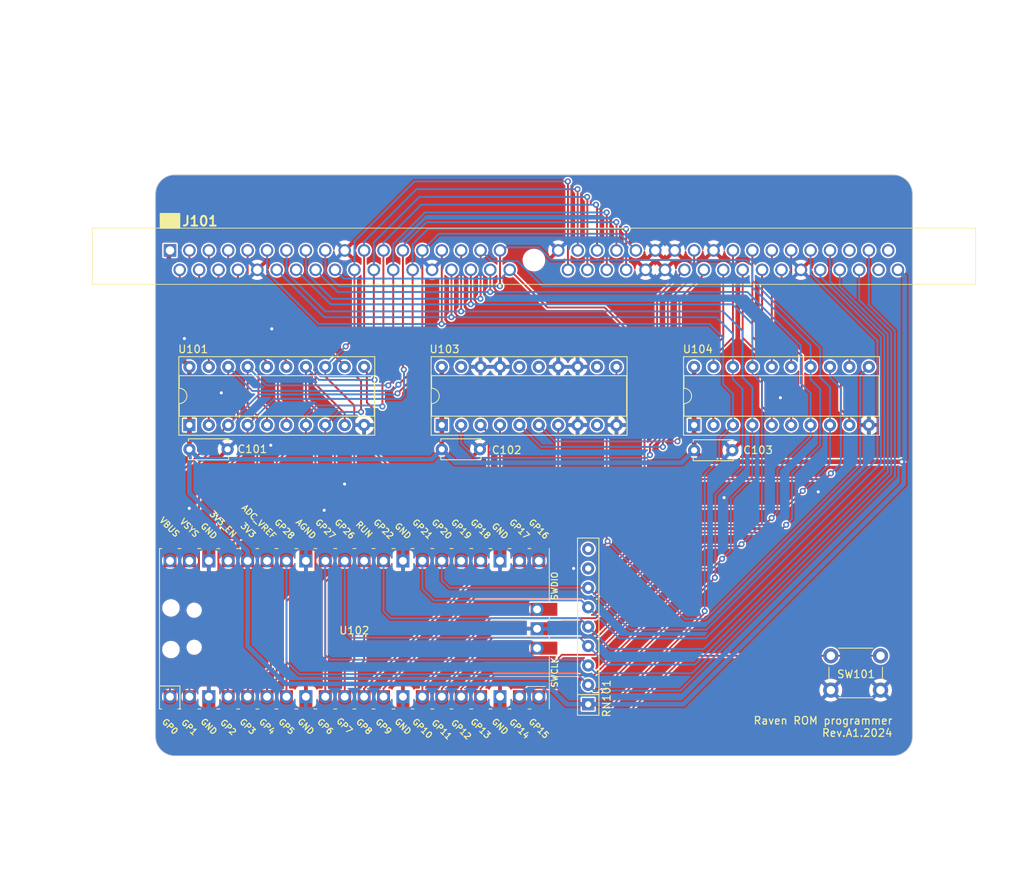
<source format=kicad_pcb>
(kicad_pcb (version 20221018) (generator pcbnew)
  (title_block (title "Raven ROM programmer") (date "2024") (rev "A1") (company "Licensed under CERN-OHL-P v2") (comment 1 "Anders Granlund"))
  (layers (0 "F.Cu" signal) (31 "B.Cu" signal) (34 "B.Paste" user) (35 "F.Paste" user) (36 "B.SilkS" user "B.Silkscreen") (37 "F.SilkS" user "F.Silkscreen") (38 "B.Mask" user) (39 "F.Mask" user) (44 "Edge.Cuts" user))
  (net 0 "")
  (net 1 "+3.3V")
  (net 2 "GND")
  (net 3 "A0")
  (net 4 "A1")
  (net 5 "A2")
  (net 6 "A3")
  (net 7 "A4")
  (net 8 "A5")
  (net 9 "A6")
  (net 10 "A7")
  (net 11 "A8")
  (net 12 "A9")
  (net 13 "A10")
  (net 14 "AD15")
  (net 15 "AD14")
  (net 16 "AD13")
  (net 17 "AD12")
  (net 18 "AD11")
  (net 19 "AD10")
  (net 20 "AD9")
  (net 21 "AD8")
  (net 22 "AD7")
  (net 23 "AD6")
  (net 24 "AD5")
  (net 25 "AD4")
  (net 26 "AD3")
  (net 27 "AD2")
  (net 28 "AD1")
  (net 29 "AD0")
  (net 30 "A18")
  (net 31 "A17")
  (net 32 "A16")
  (net 33 "A15")
  (net 34 "A14")
  (net 35 "A13")
  (net 36 "A12")
  (net 37 "A11")
  (net 38 "~{DBS0}")
  (net 39 "~{DBS1}")
  (net 40 "~{DBS2}")
  (net 41 "~{DBS3}")
  (net 43 "~{DRD}")
  (net 44 "~{DWR}")
  (net 49 "Net-(U102-RUN)")
  (net 54 "ALE")
  (net 60 "AD16")
  (net 61 "AD17")
  (net 62 "AD18")
  (footprint "Resistor_THT:R_Array_SIP9" (layer "F.Cu") (at 160.02 116.84 90)
    (fp_text reference "RN101")
    (fp_text value "8x10K" hide)
  )
  (footprint "Package_DIP:DIP-20_W7.62mm_Socket" (layer "F.Cu") (at 140.861051 80.282051 90)
    (fp_text reference "U103")
    (fp_text value "74HC273" hide)
  )
  (footprint "Package_DIP:DIP-20_W7.62mm_Socket" (layer "F.Cu") (at 107.841051 80.282051 90)
    (fp_text reference "U101")
    (fp_text value "74HC273" hide)
  )
  (footprint "Capacitor_THT:C_Disc_D5.0mm_W2.5mm_P5.00mm" (layer "F.Cu") (at 107.841051 83.457051)
    (fp_text reference "C101")
    (fp_text value "0.1uF" hide)
  )
  (footprint "Capacitor_THT:C_Disc_D5.0mm_W2.5mm_P5.00mm" (layer "F.Cu") (at 140.861051 83.457051)
    (fp_text reference "C102")
    (fp_text value "0.1uF" hide)
  )
  (footprint "Button_Switch_THT:SW_PUSH_6mm_H4.3mm" (layer "F.Cu") (at 191.77 110.49)
    (fp_text reference "SW101")
    (fp_text value "SW_Push_PCB_THT" hide)
  )
  (footprint "Package_DIP:DIP-20_W7.62mm_Socket" (layer "F.Cu") (at 173.881051 80.282051 90)
    (fp_text reference "U104")
    (fp_text value "74HC273" hide)
  )
  (footprint "Capacitor_THT:C_Disc_D5.0mm_W2.5mm_P5.00mm" (layer "F.Cu") (at 173.881051 83.584051)
    (fp_text reference "C103")
    (fp_text value "0.1uF" hide)
  )
  (footprint "68k:SIMM72_v_lpol" (layer "F.Cu") (at 105.301051 57.422051)
    (fp_text reference "J101")
    (fp_text value "SIMM72" hide)
  )
  (footprint "68k:RPico" (layer "F.Cu") (at 129.431051 106.952051 90)
    (fp_text reference "U102")
    (fp_text value "RPico" hide)
  )
  (gr_rect (start 104.031051 52.596051) (end 106.571051 54.501051) (stroke (width 0.15)) (fill solid) (layer "F.SilkS"))
  (gr_line (start 103.396051 50.056051) (end 103.396051 121.049051) (stroke (width 0.1)) (layer "Edge.Cuts"))
  (gr_line (start 199.916051 47.516051) (end 105.936051 47.516051) (stroke (width 0.1)) (layer "Edge.Cuts"))
  (gr_arc (start 199.916051 47.516051) (mid 201.712102 48.26) (end 202.456051 50.056051) (stroke (width 0.1)) (layer "Edge.Cuts"))
  (gr_arc (start 105.936051 123.589051) (mid 104.14 122.845102) (end 103.396051 121.049051) (stroke (width 0.1)) (layer "Edge.Cuts"))
  (gr_arc (start 103.396051 50.056051) (mid 104.14 48.26) (end 105.936051 47.516051) (stroke (width 0.1)) (layer "Edge.Cuts"))
  (gr_line (start 202.456051 121.049051) (end 202.456051 50.056051) (stroke (width 0.1)) (layer "Edge.Cuts"))
  (gr_line (start 105.936051 123.589051) (end 199.916051 123.589051) (stroke (width 0.1)) (layer "Edge.Cuts"))
  (gr_arc (start 202.456051 121.049051) (mid 201.712102 122.845102) (end 199.916051 123.589051) (stroke (width 0.1)) (layer "Edge.Cuts"))
  (gr_text "Raven ROM programmer\nRev.A1.2024" (at 199.916051 121.176051) (layer "F.SilkS") (effects (font (size 1 1)) (justify right bottom)))
  (segment (start 175.387 85.09) (end 173.881051 83.584051) (width 0.6096) (layer "F.Cu") (net 1))
  (segment (start 140.861051 80.282051) (end 140.861051 83.457051) (width 0.6096) (layer "F.Cu") (net 1))
  (segment (start 105.156 69.977) (end 105.156 57.567102) (width 0.6096) (layer "F.Cu") (net 1))
  (segment (start 107.841051 80.282051) (end 107.841051 72.662051) (width 0.6096) (layer "F.Cu") (net 1))
  (segment (start 105.156 57.567102) (end 105.301051 57.422051) (width 0.6096) (layer "F.Cu") (net 1))
  (segment (start 173.881051 72.662051) (end 173.881051 80.282051) (width 0.6096) (layer "F.Cu") (net 1))
  (segment (start 173.881051 80.282051) (end 173.881051 83.584051) (width 0.6096) (layer "F.Cu") (net 1))
  (segment (start 201.041 85.09) (end 175.387 85.09) (width 0.6096) (layer "F.Cu") (net 1))
  (segment (start 140.861051 72.662051) (end 140.861051 80.282051) (width 0.6096) (layer "F.Cu") (net 1))
  (segment (start 107.841051 72.662051) (end 105.156 69.977) (width 0.6096) (layer "F.Cu") (net 1))
  (segment (start 107.841051 80.282051) (end 107.841051 83.457051) (width 0.6096) (layer "F.Cu") (net 1))
  (via (at 201.041 85.09) (size 0.8) (drill 0.4) (layers "F.Cu" "B.Cu") (net 1))
  (segment (start 154.559 114.173) (end 157.226 116.84) (width 0.6096) (layer "B.Cu") (net 1))
  (segment (start 120.396 114.173) (end 154.559 114.173) (width 0.6096) (layer "B.Cu") (net 1))
  (segment (start 139.556251 84.761851) (end 140.861051 83.457051) (width 0.6096) (layer "B.Cu") (net 1))
  (segment (start 115.461051 96.792051) (end 107.841051 89.172051) (width 0.6096) (layer "B.Cu") (net 1))
  (segment (start 172.466 116.84) (end 160.02 116.84) (width 0.6096) (layer "B.Cu") (net 1))
  (segment (start 115.443 109.22) (end 120.396 114.173) (width 0.6096) (layer "B.Cu") (net 1))
  (segment (start 109.145851 84.761851) (end 139.556251 84.761851) (width 0.6096) (layer "B.Cu") (net 1))
  (segment (start 157.226 116.84) (end 160.02 116.84) (width 0.6096) (layer "B.Cu") (net 1))
  (segment (start 115.443 107.098774) (end 115.443 109.22) (width 0.6096) (layer "B.Cu") (net 1))
  (segment (start 201.041 85.09) (end 201.295 85.344) (width 0.6096) (layer "B.Cu") (net 1))
  (segment (start 201.422 84.709) (end 201.422 60.833) (width 0.6096) (layer "B.Cu") (net 1))
  (segment (start 201.041 85.09) (end 201.422 84.709) (width 0.6096) (layer "B.Cu") (net 1))
  (segment (start 201.295 88.011) (end 172.466 116.84) (width 0.6096) (layer "B.Cu") (net 1))
  (segment (start 115.461051 107.080723) (end 115.443 107.098774) (width 0.6096) (layer "B.Cu") (net 1))
  (segment (start 107.841051 83.457051) (end 109.145851 84.761851) (width 0.6096) (layer "B.Cu") (net 1))
  (segment (start 107.841051 89.172051) (end 107.841051 83.457051) (width 0.6096) (layer "B.Cu") (net 1))
  (segment (start 201.295 85.344) (end 201.295 88.011) (width 0.6096) (layer "B.Cu") (net 1))
  (segment (start 172.253251 85.211851) (end 142.615851 85.211851) (width 0.6096) (layer "B.Cu") (net 1))
  (segment (start 115.461051 98.062051) (end 115.461051 107.080723) (width 0.6096) (layer "B.Cu") (net 1))
  (segment (start 173.881051 83.584051) (end 172.253251 85.211851) (width 0.6096) (layer "B.Cu") (net 1))
  (segment (start 115.461051 98.062051) (end 115.461051 96.792051) (width 0.6096) (layer "B.Cu") (net 1))
  (segment (start 201.422 60.833) (end 200.551051 59.962051) (width 0.6096) (layer "B.Cu") (net 1))
  (segment (start 142.615851 85.211851) (end 140.861051 83.457051) (width 0.6096) (layer "B.Cu") (net 1))
  (via (at 107.188 68.961) (size 0.8) (drill 0.4) (layers "F.Cu" "B.Cu") (net 2))
  (via (at 118.618 67.691) (size 0.8) (drill 0.4) (layers "F.Cu" "B.Cu") (net 2))
  (via (at 177.8 89.789) (size 0.8) (drill 0.4) (layers "F.Cu" "B.Cu") (net 2))
  (via (at 112.014 76.073) (size 0.8) (drill 0.4) (layers "F.Cu" "B.Cu") (net 2))
  (via (at 185.166 76.708) (size 0.8) (drill 0.4) (layers "F.Cu" "B.Cu") (net 2))
  (via (at 107.823 91.186) (size 0.8) (drill 0.4) (layers "F.Cu" "B.Cu") (net 2))
  (via (at 190.119 89.027) (size 0.8) (drill 0.4) (layers "F.Cu" "B.Cu") (net 2))
  (via (at 118.491 82.931) (size 0.8) (drill 0.4) (layers "F.Cu" "B.Cu") (net 2))
  (via (at 158.115 99.06) (size 0.8) (drill 0.4) (layers "F.Cu" "B.Cu") (net 2))
  (via (at 125.476 91.44) (size 0.8) (drill 0.4) (layers "F.Cu" "B.Cu") (net 2))
  (via (at 128.143 88.011) (size 0.8) (drill 0.4) (layers "F.Cu" "B.Cu") (net 2))
  (segment (start 109.256051 74.077051) (end 109.256051 68.616051) (width 0.25) (layer "F.Cu") (net 3))
  (segment (start 106.571051 65.931051) (end 106.571051 59.962051) (width 0.25) (layer "F.Cu") (net 3))
  (segment (start 110.381051 75.202051) (end 109.256051 74.077051) (width 0.25) (layer "F.Cu") (net 3))
  (segment (start 109.256051 68.616051) (end 106.571051 65.931051) (width 0.25) (layer "F.Cu") (net 3))
  (segment (start 110.381051 80.282051) (end 110.381051 75.202051) (width 0.25) (layer "F.Cu") (net 3))
  (segment (start 110.381051 72.662051) (end 110.381051 68.090051) (width 0.25) (layer "F.Cu") (net 4))
  (segment (start 107.841051 65.550051) (end 107.841051 57.422051) (width 0.25) (layer "F.Cu") (net 4))
  (segment (start 110.381051 68.090051) (end 107.841051 65.550051) (width 0.25) (layer "F.Cu") (net 4))
  (segment (start 118.001051 78.123051) (end 116.876051 76.998051) (width 0.25) (layer "F.Cu") (net 5))
  (segment (start 116.876051 72.299051) (end 109.093 64.516) (width 0.25) (layer "F.Cu") (net 5))
  (segment (start 116.876051 76.998051) (end 116.876051 72.299051) (width 0.25) (layer "F.Cu") (net 5))
  (segment (start 109.093 64.516) (end 109.111051 64.497949) (width 0.25) (layer "F.Cu") (net 5))
  (segment (start 109.111051 64.497949) (end 109.111051 59.962051) (width 0.25) (layer "F.Cu") (net 5))
  (segment (start 118.001051 80.282051) (end 118.001051 78.123051) (width 0.25) (layer "F.Cu") (net 5))
  (segment (start 110.381051 57.422051) (end 110.381051 64.407051) (width 0.25) (layer "F.Cu") (net 6))
  (segment (start 118.001051 72.027051) (end 118.001051 72.662051) (width 0.25) (layer "F.Cu") (net 6))
  (segment (start 110.381051 64.407051) (end 118.001051 72.027051) (width 0.25) (layer "F.Cu") (net 6))
  (segment (start 119.416051 76.998051) (end 119.416051 71.918051) (width 0.25) (layer "F.Cu") (net 7))
  (segment (start 120.541051 80.282051) (end 120.541051 78.123051) (width 0.25) (layer "F.Cu") (net 7))
  (segment (start 120.541051 78.123051) (end 119.416051 76.998051) (width 0.25) (layer "F.Cu") (net 7))
  (segment (start 119.416051 71.918051) (end 111.651051 64.153051) (width 0.25) (layer "F.Cu") (net 7))
  (segment (start 111.651051 64.153051) (end 111.651051 59.962051) (width 0.25) (layer "F.Cu") (net 7))
  (segment (start 112.921051 57.422051) (end 112.921051 64.280051) (width 0.25) (layer "F.Cu") (net 8))
  (segment (start 120.541051 71.900051) (end 120.541051 72.662051) (width 0.25) (layer "F.Cu") (net 8))
  (segment (start 112.921051 64.280051) (end 120.541051 71.900051) (width 0.25) (layer "F.Cu") (net 8))
  (segment (start 114.191051 61.232051) (end 124.333 71.374) (width 0.25) (layer "F.Cu") (net 9))
  (segment (start 124.333 74.93) (end 128.161051 78.758051) (width 0.25) (layer "F.Cu") (net 9))
  (segment (start 124.333 71.374) (end 124.333 74.93) (width 0.25) (layer "F.Cu") (net 9))
  (segment (start 128.161051 78.758051) (end 128.161051 80.282051) (width 0.25) (layer "F.Cu") (net 9))
  (segment (start 114.191051 59.962051) (end 114.191051 61.232051) (width 0.25) (layer "F.Cu") (net 9))
  (segment (start 115.461051 60.851051) (end 115.461051 57.422051) (width 0.25) (layer "F.Cu") (net 10))
  (segment (start 118.364 62.738) (end 117.348 62.738) (width 0.25) (layer "F.Cu") (net 10))
  (segment (start 128.161051 72.535051) (end 118.364 62.738) (width 0.25) (layer "F.Cu") (net 10))
  (segment (start 128.161051 72.662051) (end 128.161051 72.535051) (width 0.25) (layer "F.Cu") (net 10))
  (segment (start 117.348 62.738) (end 115.461051 60.851051) (width 0.25) (layer "F.Cu") (net 10))
  (segment (start 194.201051 72.662051) (end 194.201051 70.884051) (width 0.25) (layer "F.Cu") (net 11))
  (segment (start 194.201051 70.884051) (end 186.581051 63.264051) (width 0.25) (layer "F.Cu") (net 11))
  (segment (start 186.581051 63.264051) (end 186.581051 57.422051) (width 0.25) (layer "F.Cu") (net 11))
  (segment (start 194.201051 79.393051) (end 193.076051 78.268051) (width 0.25) (layer "F.Cu") (net 12))
  (segment (start 185.311051 63.645051) (end 185.311051 59.962051) (width 0.25) (layer "F.Cu") (net 12))
  (segment (start 194.201051 80.282051) (end 194.201051 79.393051) (width 0.25) (layer "F.Cu") (net 12))
  (segment (start 193.076051 71.410051) (end 185.311051 63.645051) (width 0.25) (layer "F.Cu") (net 12))
  (segment (start 193.076051 78.268051) (end 193.076051 71.410051) (width 0.25) (layer "F.Cu") (net 12))
  (segment (start 186.581051 80.282051) (end 186.581051 79.102949) (width 0.25) (layer "F.Cu") (net 13))
  (segment (start 187.96 71.247) (end 184.041051 67.328051) (width 0.25) (layer "F.Cu") (net 13))
  (segment (start 187.96 77.724) (end 187.96 71.247) (width 0.25) (layer "F.Cu") (net 13))
  (segment (start 184.041051 67.328051) (end 184.041051 57.422051) (width 0.25) (layer "F.Cu") (net 13))
  (segment (start 186.581051 79.102949) (end 187.96 77.724) (width 0.25) (layer "F.Cu") (net 13))
  (segment (start 175.26 104.648) (end 175.26 104.902) (width 0.2286) (layer "F.Cu") (net 14))
  (segment (start 175.26 104.902) (end 161.544 118.618) (width 0.2286) (layer "F.Cu") (net 14))
  (segment (start 140.861051 67.037949) (end 140.861051 57.422051) (width 0.25) (layer "F.Cu") (net 14))
  (segment (start 156.337 118.618) (end 153.561051 115.842051) (width 0.2286) (layer "F.Cu") (net 14))
  (segment (start 161.544 118.618) (end 156.337 118.618) (width 0.2286) (layer "F.Cu") (net 14))
  (segment (start 140.843 67.056) (end 140.861051 67.037949) (width 0.25) (layer "F.Cu") (net 14))
  (via (at 175.26 104.648) (size 0.8) (drill 0.4) (layers "F.Cu" "B.Cu") (net 14))
  (via (at 140.843 67.056) (size 0.8) (drill 0.4) (layers "F.Cu" "B.Cu") (net 14))
  (segment (start 175.895 67.056) (end 177.673 68.834) (width 0.25) (layer "B.Cu") (net 14))
  (segment (start 177.673 68.834) (end 177.673 74.93) (width 0.25) (layer "B.Cu") (net 14))
  (segment (start 175.26 86.741) (end 177.165 84.836) (width 0.2286) (layer "B.Cu") (net 14))
  (segment (start 175.26 104.648) (end 175.26 86.741) (width 0.2286) (layer "B.Cu") (net 14))
  (segment (start 118.001051 57.422051) (end 118.001051 60.318397) (width 0.25) (layer "B.Cu") (net 14))
  (segment (start 118.001051 60.318397) (end 124.738654 67.056) (width 0.25) (layer "B.Cu") (net 14))
  (segment (start 140.843 67.056) (end 175.895 67.056) (width 0.25) (layer "B.Cu") (net 14))
  (segment (start 177.673 74.93) (end 178.961051 76.218051) (width 0.25) (layer "B.Cu") (net 14))
  (segment (start 124.738654 67.056) (end 140.843 67.056) (width 0.25) (layer "B.Cu") (net 14))
  (segment (start 178.961051 76.218051) (end 178.961051 80.282051) (width 0.25) (layer "B.Cu") (net 14))
  (segment (start 177.165 84.836) (end 177.165 82.078102) (width 0.2286) (layer "B.Cu") (net 14))
  (segment (start 177.165 82.078102) (end 178.961051 80.282051) (width 0.2286) (layer "B.Cu") (net 14))
  (segment (start 176.5935 100.2665) (end 161.29 115.57) (width 0.2286) (layer "F.Cu") (net 15))
  (segment (start 152.175851 114.687251) (end 151.021051 115.842051) (width 0.2286) (layer "F.Cu") (net 15))
  (segment (start 157.740251 114.687251) (end 152.175851 114.687251) (width 0.2286) (layer "F.Cu") (net 15))
  (segment (start 158.623 115.57) (end 157.740251 114.687251) (width 0.2286) (layer "F.Cu") (net 15))
  (segment (start 142.131051 66.148949) (end 142.131051 59.962051) (width 0.25) (layer "F.Cu") (net 15))
  (segment (start 142.113 66.167) (end 142.131051 66.148949) (width 0.25) (layer "F.Cu") (net 15))
  (segment (start 161.29 115.57) (end 158.623 115.57) (width 0.2286) (layer "F.Cu") (net 15))
  (via (at 176.5935 100.2665) (size 0.8) (drill 0.4) (layers "F.Cu" "B.Cu") (net 15))
  (via (at 142.113 66.167) (size 0.8) (drill 0.4) (layers "F.Cu" "B.Cu") (net 15))
  (segment (start 125.476 66.167) (end 142.113 66.167) (width 0.25) (layer "B.Cu") (net 15))
  (segment (start 178.961051 68.344051) (end 178.961051 72.662051) (width 0.25) (layer "B.Cu") (net 15))
  (segment (start 176.657 89.408) (end 180.213 85.852) (width 0.2286) (layer "B.Cu") (net 15))
  (segment (start 176.5935 100.2665) (end 176.657 100.203) (width 0.2286) (layer "B.Cu") (net 15))
  (segment (start 180.213 75.565) (end 178.943 74.295) (width 0.2286) (layer "B.Cu") (net 15))
  (segment (start 178.943 74.295) (end 178.943 72.680102) (width 0.2286) (layer "B.Cu") (net 15))
  (segment (start 142.113 66.167) (end 176.784 66.167) (width 0.25) (layer "B.Cu") (net 15))
  (segment (start 176.784 66.167) (end 178.961051 68.344051) (width 0.25) (layer "B.Cu") (net 15))
  (segment (start 176.657 100.203) (end 176.657 89.408) (width 0.2286) (layer "B.Cu") (net 15))
  (segment (start 119.271051 59.962051) (end 125.476 66.167) (width 0.25) (layer "B.Cu") (net 15))
  (segment (start 180.213 85.852) (end 180.213 75.565) (width 0.2286) (layer "B.Cu") (net 15))
  (segment (start 178.943 72.680102) (end 178.961051 72.662051) (width 0.2286) (layer "B.Cu") (net 15))
  (segment (start 147.701 113.03) (end 145.941051 114.789949) (width 0.2286) (layer "F.Cu") (net 16))
  (segment (start 177.546 97.79) (end 176.276 99.06) (width 0.2286) (layer "F.Cu") (net 16))
  (segment (start 174.752 99.06) (end 160.782 113.03) (width 0.2286) (layer "F.Cu") (net 16))
  (segment (start 143.383 65.405) (end 143.401051 65.386949) (width 0.25) (layer "F.Cu") (net 16))
  (segment (start 145.941051 114.789949) (end 145.941051 115.842051) (width 0.2286) (layer "F.Cu") (net 16))
  (segment (start 143.401051 65.386949) (end 143.401051 57.422051) (width 0.25) (layer "F.Cu") (net 16))
  (segment (start 160.782 113.03) (end 147.701 113.03) (width 0.2286) (layer "F.Cu") (net 16))
  (segment (start 176.276 99.06) (end 174.752 99.06) (width 0.2286) (layer "F.Cu") (net 16))
  (via (at 143.383 65.405) (size 0.8) (drill 0.4) (layers "F.Cu" "B.Cu") (net 16))
  (via (at 177.546 97.79) (size 0.8) (drill 0.4) (layers "F.Cu" "B.Cu") (net 16))
  (segment (start 181.483 80.300102) (end 181.501051 80.282051) (width 0.2286) (layer "B.Cu") (net 16))
  (segment (start 181.501051 75.329051) (end 181.501051 80.282051) (width 0.25) (layer "B.Cu") (net 16))
  (segment (start 178.689 89.916) (end 181.483 87.122) (width 0.2286) (layer "B.Cu") (net 16))
  (segment (start 178.689 96.647) (end 178.689 89.916) (width 0.2286) (layer "B.Cu") (net 16))
  (segment (start 177.673 65.405) (end 180.213 67.945) (width 0.25) (layer "B.Cu") (net 16))
  (segment (start 120.541051 60.318397) (end 125.627654 65.405) (width 0.25) (layer "B.Cu") (net 16))
  (segment (start 120.541051 57.422051) (end 120.541051 60.318397) (width 0.25) (layer "B.Cu") (net 16))
  (segment (start 177.546 97.79) (end 178.689 96.647) (width 0.2286) (layer "B.Cu") (net 16))
  (segment (start 143.383 65.405) (end 177.673 65.405) (width 0.25) (layer "B.Cu") (net 16))
  (segment (start 125.627654 65.405) (end 143.383 65.405) (width 0.25) (layer "B.Cu") (net 16))
  (segment (start 180.213 74.041) (end 181.501051 75.329051) (width 0.25) (layer "B.Cu") (net 16))
  (segment (start 181.483 87.122) (end 181.483 80.300102) (width 0.2286) (layer "B.Cu") (net 16))
  (segment (start 180.213 67.945) (end 180.213 74.041) (width 0.25) (layer "B.Cu") (net 16))
  (segment (start 144.671051 64.460449) (end 144.671051 59.962051) (width 0.25) (layer "F.Cu") (net 17))
  (segment (start 155.299702 111.633) (end 146.558 111.633) (width 0.2286) (layer "F.Cu") (net 17))
  (segment (start 160.909 110.363) (end 156.569702 110.363) (width 0.2286) (layer "F.Cu") (net 17))
  (segment (start 156.569702 110.363) (end 155.299702 111.633) (width 0.2286) (layer "F.Cu") (net 17))
  (segment (start 175.133 96.139) (end 160.909 110.363) (width 0.2286) (layer "F.Cu") (net 17))
  (segment (start 180.086 95.885) (end 179.832 96.139) (width 0.2286) (layer "F.Cu") (net 17))
  (segment (start 179.832 96.139) (end 175.133 96.139) (width 0.2286) (layer "F.Cu") (net 17))
  (segment (start 146.558 111.633) (end 143.401051 114.789949) (width 0.2286) (layer "F.Cu") (net 17))
  (segment (start 143.401051 114.789949) (end 143.401051 115.842051) (width 0.2286) (layer "F.Cu") (net 17))
  (segment (start 144.653 64.4785) (end 144.671051 64.460449) (width 0.25) (layer "F.Cu") (net 17))
  (via (at 180.086 95.885) (size 0.8) (drill 0.4) (layers "F.Cu" "B.Cu") (net 17))
  (via (at 144.653 64.4785) (size 0.8) (drill 0.4) (layers "F.Cu" "B.Cu") (net 17))
  (segment (start 181.501051 73.551051) (end 181.501051 72.662051) (width 0.2286) (layer "B.Cu") (net 17))
  (segment (start 182.753 93.218) (end 182.753 74.803) (width 0.2286) (layer "B.Cu") (net 17))
  (segment (start 126.3275 64.4785) (end 144.653 64.4785) (width 0.25) (layer "B.Cu") (net 17))
  (segment (start 180.086 95.885) (end 182.753 93.218) (width 0.2286) (layer "B.Cu") (net 17))
  (segment (start 144.653 64.4785) (end 178.9055 64.4785) (width 0.25) (layer "B.Cu") (net 17))
  (segment (start 181.501051 67.074051) (end 181.501051 72.662051) (width 0.25) (layer "B.Cu") (net 17))
  (segment (start 182.753 74.803) (end 181.501051 73.551051) (width 0.2286) (layer "B.Cu") (net 17))
  (segment (start 178.9055 64.4785) (end 181.501051 67.074051) (width 0.25) (layer "B.Cu") (net 17))
  (segment (start 121.811051 59.962051) (end 126.3275 64.4785) (width 0.25) (layer "B.Cu") (net 17))
  (segment (start 174.879 94.361) (end 161.1248 108.1152) (width 0.2286) (layer "F.Cu") (net 18))
  (segment (start 184.912 94.361) (end 174.879 94.361) (width 0.2286) (layer "F.Cu") (net 18))
  (segment (start 147.5358 108.1152) (end 140.861051 114.789949) (width 0.2286) (layer "F.Cu") (net 18))
  (segment (start 145.923 63.754) (end 145.941051 63.735949) (width 0.25) (layer "F.Cu") (net 18))
  (segment (start 161.1248 108.1152) (end 147.5358 108.1152) (width 0.2286) (layer "F.Cu") (net 18))
  (segment (start 185.928 93.345) (end 184.912 94.361) (width 0.2286) (layer "F.Cu") (net 18))
  (segment (start 145.941051 63.735949) (end 145.941051 57.422051) (width 0.25) (layer "F.Cu") (net 18))
  (segment (start 140.861051 114.789949) (end 140.861051 115.842051) (width 0.2286) (layer "F.Cu") (net 18))
  (via (at 145.923 63.754) (size 0.8) (drill 0.4) (layers "F.Cu" "B.Cu") (net 18))
  (via (at 185.928 93.345) (size 0.8) (drill 0.4) (layers "F.Cu" "B.Cu") (net 18))
  (segment (start 190.373 82.931) (end 190.373 75.565) (width 0.2286) (layer "B.Cu") (net 18))
  (segment (start 145.941051 57.422051) (end 147.340551 58.821551) (width 0.25) (layer "B.Cu") (net 18))
  (segment (start 189.121051 69.868051) (end 189.121051 72.662051) (width 0.25) (layer "B.Cu") (net 18))
  (segment (start 190.373 75.565) (end 189.121051 74.313051) (width 0.2286) (layer "B.Cu") (net 18))
  (segment (start 186.69 92.583) (end 186.69 86.614) (width 0.2286) (layer "B.Cu") (net 18))
  (segment (start 123.081051 60.318397) (end 126.516654 63.754) (width 0.25) (layer "B.Cu") (net 18))
  (segment (start 123.081051 57.422051) (end 123.081051 60.318397) (width 0.25) (layer "B.Cu") (net 18))
  (segment (start 181.356 62.103) (end 189.121051 69.868051) (width 0.25) (layer "B.Cu") (net 18))
  (segment (start 150.773667 58.821551) (end 154.055116 62.103) (width 0.25) (layer "B.Cu") (net 18))
  (segment (start 154.055116 62.103) (end 181.356 62.103) (width 0.25) (layer "B.Cu") (net 18))
  (segment (start 189.121051 74.313051) (end 189.121051 72.662051) (width 0.2286) (layer "B.Cu") (net 18))
  (segment (start 147.340551 58.821551) (end 150.773667 58.821551) (width 0.25) (layer "B.Cu") (net 18))
  (segment (start 185.928 93.345) (end 186.69 92.583) (width 0.2286) (layer "B.Cu") (net 18))
  (segment (start 126.516654 63.754) (end 145.923 63.754) (width 0.25) (layer "B.Cu") (net 18))
  (segment (start 186.69 86.614) (end 190.373 82.931) (width 0.2286) (layer "B.Cu") (net 18))
  (segment (start 184.023 92.456) (end 183.134 93.345) (width 0.2286) (layer "F.Cu") (net 19))
  (segment (start 138.321051 114.535949) (end 138.321051 115.842051) (width 0.2286) (layer "F.Cu") (net 19))
  (segment (start 147.290149 105.566851) (end 138.321051 114.535949) (width 0.2286) (layer "F.Cu") (net 19))
  (segment (start 147.211051 62.846949) (end 147.211051 59.962051) (width 0.25) (layer "F.Cu") (net 19))
  (segment (start 161.006149 105.566851) (end 147.290149 105.566851) (width 0.2286) (layer "F.Cu") (net 19))
  (segment (start 173.228 93.345) (end 161.006149 105.566851) (width 0.2286) (layer "F.Cu") (net 19))
  (segment (start 183.134 93.345) (end 173.228 93.345) (width 0.2286) (layer "F.Cu") (net 19))
  (segment (start 147.193 62.865) (end 147.211051 62.846949) (width 0.25) (layer "F.Cu") (net 19))
  (via (at 147.193 62.865) (size 0.8) (drill 0.4) (layers "F.Cu" "B.Cu") (net 19))
  (via (at 184.023 92.456) (size 0.8) (drill 0.4) (layers "F.Cu" "B.Cu") (net 19))
  (segment (start 180.848 62.865) (end 187.833 69.85) (width 0.25) (layer "B.Cu") (net 19))
  (segment (start 189.121051 76.091051) (end 189.121051 80.282051) (width 0.25) (layer "B.Cu") (net 19))
  (segment (start 127.254 62.865) (end 147.193 62.865) (width 0.25) (layer "B.Cu") (net 19))
  (segment (start 147.193 62.865) (end 180.848 62.865) (width 0.25) (layer "B.Cu") (net 19))
  (segment (start 187.833 74.803) (end 189.121051 76.091051) (width 0.25) (layer "B.Cu") (net 19))
  (segment (start 189.121051 81.769949) (end 189.121051 80.282051) (width 0.2286) (layer "B.Cu") (net 19))
  (segment (start 124.351051 59.962051) (end 127.254 62.865) (width 0.25) (layer "B.Cu") (net 19))
  (segment (start 184.785 91.694) (end 184.785 86.106) (width 0.2286) (layer "B.Cu") (net 19))
  (segment (start 184.785 86.106) (end 189.121051 81.769949) (width 0.2286) (layer "B.Cu") (net 19))
  (segment (start 187.833 69.85) (end 187.833 74.803) (width 0.25) (layer "B.Cu") (net 19))
  (segment (start 184.023 92.456) (end 184.785 91.694) (width 0.2286) (layer "B.Cu") (net 19))
  (segment (start 148.463 62.103) (end 148.481051 62.084949) (width 0.25) (layer "F.Cu") (net 20))
  (segment (start 145.161 102.87) (end 133.241051 114.789949) (width 0.2286) (layer "F.Cu") (net 20))
  (segment (start 161.036 102.87) (end 145.161 102.87) (width 0.2286) (layer "F.Cu") (net 20))
  (segment (start 148.481051 62.084949) (end 148.481051 57.422051) (width 0.25) (layer "F.Cu") (net 20))
  (segment (start 172.847 91.059) (end 161.036 102.87) (width 0.2286) (layer "F.Cu") (net 20))
  (segment (start 133.241051 114.789949) (end 133.241051 115.842051) (width 0.2286) (layer "F.Cu") (net 20))
  (segment (start 188.087 88.9) (end 185.928 91.059) (width 0.2286) (layer "F.Cu") (net 20))
  (segment (start 185.928 91.059) (end 172.847 91.059) (width 0.2286) (layer "F.Cu") (net 20))
  (via (at 188.087 88.9) (size 0.8) (drill 0.4) (layers "F.Cu" "B.Cu") (net 20))
  (via (at 148.463 62.103) (size 0.8) (drill 0.4) (layers "F.Cu" "B.Cu") (net 20))
  (segment (start 191.661051 75.329051) (end 190.373 74.041) (width 0.25) (layer "B.Cu") (net 20))
  (segment (start 155.179884 58.674) (end 153.528884 57.023) (width 0.25) (layer "B.Cu") (net 20))
  (segment (start 153.528884 57.023) (end 148.880102 57.023) (width 0.25) (layer "B.Cu") (net 20))
  (segment (start 190.373 74.041) (end 190.373 70.231) (width 0.25) (layer "B.Cu") (net 20))
  (segment (start 148.880102 57.023) (end 148.481051 57.422051) (width 0.25) (layer "B.Cu") (net 20))
  (segment (start 181.483 59.436) (end 180.721 58.674) (width 0.25) (layer "B.Cu") (net 20))
  (segment (start 125.621051 60.318397) (end 127.405654 62.103) (width 0.25) (layer "B.Cu") (net 20))
  (segment (start 127.405654 62.103) (end 148.463 62.103) (width 0.25) (layer "B.Cu") (net 20))
  (segment (start 191.661051 80.282051) (end 191.661051 75.329051) (width 0.25) (layer "B.Cu") (net 20))
  (segment (start 180.721 58.674) (end 155.179884 58.674) (width 0.25) (layer "B.Cu") (net 20))
  (segment (start 181.483 61.341) (end 181.483 59.436) (width 0.25) (layer "B.Cu") (net 20))
  (segment (start 191.661051 85.325949) (end 191.661051 80.282051) (width 0.2286) (layer "B.Cu") (net 20))
  (segment (start 125.621051 57.422051) (end 125.621051 60.318397) (width 0.25) (layer "B.Cu") (net 20))
  (segment (start 190.373 70.231) (end 181.483 61.341) (width 0.25) (layer "B.Cu") (net 20))
  (segment (start 188.087 88.9) (end 191.661051 85.325949) (width 0.2286) (layer "B.Cu") (net 20))
  (segment (start 149.751051 59.962051) (end 154.686 64.897) (width 0.25) (layer "F.Cu") (net 21))
  (segment (start 145.161 100.33) (end 130.701051 114.789949) (width 0.25) (layer "F.Cu") (net 21))
  (segment (start 167.386 70.104) (end 167.386 88.392) (width 0.25) (layer "F.Cu") (net 21))
  (segment (start 174.498 87.376) (end 170.434 91.44) (width 0.25) (layer "F.Cu") (net 21))
  (segment (start 154.686 64.897) (end 162.179 64.897) (width 0.25) (layer "F.Cu") (net 21))
  (segment (start 130.701051 114.789949) (end 130.701051 115.842051) (width 0.25) (layer "F.Cu") (net 21))
  (segment (start 191.77 86.614) (end 191.008 87.376) (width 0.25) (layer "F.Cu") (net 21))
  (segment (start 167.386 88.392) (end 170.434 91.44) (width 0.25) (layer "F.Cu") (net 21))
  (segment (start 161.544 100.33) (end 145.161 100.33) (width 0.25) (layer "F.Cu") (net 21))
  (segment (start 162.179 64.897) (end 167.386 70.104) (width 0.25) (layer "F.Cu") (net 21))
  (segment (start 170.434 91.44) (end 161.544 100.33) (width 0.25) (layer "F.Cu") (net 21))
  (segment (start 191.008 87.376) (end 174.498 87.376) (width 0.25) (layer "F.Cu") (net 21))
  (via (at 191.77 86.614) (size 0.8) (drill 0.4) (layers "F.Cu" "B.Cu") (net 21))
  (segment (start 128.041051 61.112051) (end 148.601051 61.112051) (width 0.25) (layer "B.Cu") (net 21))
  (segment (start 191.661051 74.059051) (end 191.661051 72.662051) (width 0.25) (layer "B.Cu") (net 21))
  (segment (start 148.601051 61.112051) (end 149.751051 59.962051) (width 0.25) (layer "B.Cu") (net 21))
  (segment (start 126.891051 59.962051) (end 128.041051 61.112051) (width 0.25) (layer "B.Cu") (net 21))
  (segment (start 193.076051 75.474051) (end 191.661051 74.059051) (width 0.25) (layer "B.Cu") (net 21))
  (segment (start 191.77 86.614) (end 193.076051 85.307949) (width 0.25) (layer "B.Cu") (net 21))
  (segment (start 193.076051 85.307949) (end 193.076051 75.474051) (width 0.25) (layer "B.Cu") (net 21))
  (segment (start 157.353 48.387) (end 157.371051 48.405051) (width 0.25) (layer "F.Cu") (net 22))
  (segment (start 128.161051 112.376949) (end 129.413 111.125) (width 0.25) (layer "F.Cu") (net 22))
  (segment (start 125.621051 73.932051) (end 125.621051 72.662051) (width 0.25) (layer "F.Cu") (net 22))
  (segment (start 129.413 77.724) (end 125.621051 73.932051) (width 0.25) (layer "F.Cu") (net 22))
  (segment (start 129.413 111.125) (end 129.413 77.724) (width 0.25) (layer "F.Cu") (net 22))
  (segment (start 157.371051 48.405051) (end 157.371051 59.962051) (width 0.25) (layer "F.Cu") (net 22))
  (segment (start 129.431051 68.852051) (end 129.431051 59.962051) (width 0.25) (layer "F.Cu") (net 22))
  (segment (start 128.161051 115.842051) (end 128.161051 112.376949) (width 0.25) (layer "F.Cu") (net 22))
  (segment (start 128.288051 69.995051) (end 129.431051 68.852051) (width 0.25) (layer "F.Cu") (net 22))
  (via (at 157.353 48.387) (size 0.8) (drill 0.4) (layers "F.Cu" "B.Cu") (net 22))
  (via (at 128.288051 69.995051) (size 0.8) (drill 0.4) (layers "F.Cu" "B.Cu") (net 22))
  (segment (start 128.288051 69.995051) (end 125.621051 72.662051) (width 0.25) (layer "B.Cu") (net 22))
  (segment (start 129.413 56.261) (end 129.431051 56.279051) (width 0.25) (layer "B.Cu") (net 22))
  (segment (start 129.431051 56.279051) (end 129.431051 59.962051) (width 0.25) (layer "B.Cu") (net 22))
  (segment (start 137.287 48.387) (end 129.413 56.261) (width 0.25) (layer "B.Cu") (net 22))
  (segment (start 157.353 48.387) (end 137.287 48.387) (width 0.25) (layer "B.Cu") (net 22))
  (segment (start 130.701051 57.422051) (end 130.701051 69.704949) (width 0.25) (layer "F.Cu") (net 23))
  (segment (start 158.641051 49.421051) (end 158.641051 57.422051) (width 0.25) (layer "F.Cu") (net 23))
  (segment (start 158.623 49.403) (end 158.641051 49.421051) (width 0.25) (layer "F.Cu") (net 23))
  (segment (start 126.873 82.55) (end 125.621051 81.298051) (width 0.25) (layer "F.Cu") (net 23))
  (segment (start 125.621051 115.842051) (end 125.621051 100.819949) (width 0.25) (layer "F.Cu") (net 23))
  (segment (start 129.54 73.787) (end 130.302 74.549) (width 0.25) (layer "F.Cu") (net 23))
  (segment (start 125.621051 81.298051) (end 125.621051 80.282051) (width 0.25) (layer "F.Cu") (net 23))
  (segment (start 129.54 70.866) (end 129.54 73.787) (width 0.25) (layer "F.Cu") (net 23))
  (segment (start 130.701051 69.704949) (end 129.54 70.866) (width 0.25) (layer "F.Cu") (net 23))
  (segment (start 125.621051 100.819949) (end 126.873 99.568) (width 0.25) (layer "F.Cu") (net 23))
  (segment (start 130.302 74.549) (end 130.302 78.5755) (width 0.25) (layer "F.Cu") (net 23))
  (segment (start 126.873 99.568) (end 126.873 82.55) (width 0.25) (layer "F.Cu") (net 23))
  (via (at 130.302 78.5755) (size 0.8) (drill 0.4) (layers "F.Cu" "B.Cu") (net 23))
  (via (at 158.623 49.403) (size 0.8) (drill 0.4) (layers "F.Cu" "B.Cu") (net 23))
  (segment (start 158.623 49.403) (end 137.559051 49.403) (width 0.25) (layer "B.Cu") (net 23))
  (segment (start 127.327602 78.5755) (end 130.302 78.5755) (width 0.25) (layer "B.Cu") (net 23))
  (segment (start 130.701051 56.261) (end 130.701051 57.422051) (width 0.25) (layer "B.Cu") (net 23))
  (segment (start 125.621051 80.282051) (end 127.327602 78.5755) (width 0.25) (layer "B.Cu") (net 23))
  (segment (start 137.559051 49.403) (end 130.701051 56.261) (width 0.25) (layer "B.Cu") (net 23))
  (segment (start 159.893 50.419) (end 159.911051 50.437051) (width 0.25) (layer "F.Cu") (net 24))
  (segment (start 120.541051 115.842051) (end 120.541051 103.359949) (width 0.25) (layer "F.Cu") (net 24))
  (segment (start 131.971051 74.261051) (end 131.971051 59.962051) (width 0.25) (layer "F.Cu") (net 24))
  (segment (start 123.081051 76.980051) (end 123.081051 72.662051) (width 0.25) (layer "F.Cu") (net 24))
  (segment (start 124.333 99.568) (end 124.333 78.232) (width 0.25) (layer "F.Cu") (net 24))
  (segment (start 159.911051 50.437051) (end 159.911051 59.962051) (width 0.25) (layer "F.Cu") (net 24))
  (segment (start 120.541051 103.359949) (end 124.333 99.568) (width 0.25) (layer "F.Cu") (net 24))
  (segment (start 132.08 74.37) (end 131.971051 74.261051) (width 0.25) (layer "F.Cu") (net 24))
  (segment (start 124.333 78.232) (end 123.081051 76.980051) (width 0.25) (layer "F.Cu") (net 24))
  (via (at 159.893 50.419) (size 0.8) (drill 0.4) (layers "F.Cu" "B.Cu") (net 24))
  (via (at 132.08 74.37) (size 0.8) (drill 0.4) (layers "F.Cu" "B.Cu") (net 24))
  (segment (start 124.789 74.37) (end 132.08 74.37) (width 0.25) (layer "B.Cu") (net 24))
  (segment (start 131.971051 56.369949) (end 131.971051 59.962051) (width 0.25) (layer "B.Cu") (net 24))
  (segment (start 137.922 50.419) (end 131.971051 56.369949) (width 0.25) (layer "B.Cu") (net 24))
  (segment (start 159.893 50.419) (end 137.922 50.419) (width 0.25) (layer "B.Cu") (net 24))
  (segment (start 123.081051 72.662051) (end 124.789 74.37) (width 0.25) (layer "B.Cu") (net 24))
  (segment (start 123.081051 81.261949) (end 123.081051 80.282051) (width 0.25) (layer "F.Cu") (net 25))
  (segment (start 133.223 74.704195) (end 133.223 57.440102) (width 0.25) (layer "F.Cu") (net 25))
  (segment (start 133.223 57.440102) (end 133.241051 57.422051) (width 0.25) (layer "F.Cu") (net 25))
  (segment (start 118.001051 114.789949) (end 119.253 113.538) (width 0.25) (layer "F.Cu") (net 25))
  (segment (start 119.253 113.538) (end 119.253 85.09) (width 0.25) (layer "F.Cu") (net 25))
  (segment (start 133.096 77.851) (end 133.096 74.831195) (width 0.25) (layer "F.Cu") (net 25))
  (segment (start 161.181051 51.580051) (end 161.181051 57.422051) (width 0.25) (layer "F.Cu") (net 25))
  (segment (start 161.036 51.435) (end 161.181051 51.580051) (width 0.25) (layer "F.Cu") (net 25))
  (segment (start 119.253 85.09) (end 123.081051 81.261949) (width 0.25) (layer "F.Cu") (net 25))
  (segment (start 118.001051 115.842051) (end 118.001051 114.789949) (width 0.25) (layer "F.Cu") (net 25))
  (segment (start 133.096 74.831195) (end 133.223 74.704195) (width 0.25) (layer "F.Cu") (net 25))
  (via (at 133.096 77.851) (size 0.8) (drill 0.4) (layers "F.Cu" "B.Cu") (net 25))
  (via (at 161.036 51.435) (size 0.8) (drill 0.4) (layers "F.Cu" "B.Cu") (net 25))
  (segment (start 123.081051 80.282051) (end 123.081051 79.102949) (width 0.25) (layer "B.Cu") (net 25))
  (segment (start 123.081051 79.102949) (end 124.46 77.724) (width 0.25) (layer "B.Cu") (net 25))
  (segment (start 161.036 51.435) (end 138.176 51.435) (width 0.25) (layer "B.Cu") (net 25))
  (segment (start 132.969 77.724) (end 133.096 77.851) (width 0.25) (layer "B.Cu") (net 25))
  (segment (start 124.46 77.724) (end 132.969 77.724) (width 0.25) (layer "B.Cu") (net 25))
  (segment (start 138.176 51.435) (end 133.241051 56.369949) (width 0.25) (layer "B.Cu") (net 25))
  (segment (start 133.241051 56.369949) (end 133.241051 57.422051) (width 0.25) (layer "B.Cu") (net 25))
  (segment (start 162.433 52.451) (end 162.451051 52.469051) (width 0.25) (layer "F.Cu") (net 26))
  (segment (start 162.451051 52.469051) (end 162.451051 59.962051) (width 0.25) (layer "F.Cu") (net 26))
  (segment (start 133.858 75.0945) (end 134.493 74.4595) (width 0.25) (layer "F.Cu") (net 26))
  (segment (start 134.493 74.4595) (end 134.493 71.628) (width 0.25) (layer "F.Cu") (net 26))
  (segment (start 115.461051 115.842051) (end 115.461051 114.916949) (width 0.25) (layer "F.Cu") (net 26))
  (segment (start 134.493 71.628) (end 134.511051 71.609949) (width 0.25) (layer "F.Cu") (net 26))
  (segment (start 115.461051 114.916949) (end 118.491 111.887) (width 0.25) (layer "F.Cu") (net 26))
  (segment (start 134.511051 71.609949) (end 134.511051 59.962051) (width 0.25) (layer "F.Cu") (net 26))
  (segment (start 115.461051 77.806249) (end 115.461051 72.662051) (width 0.25) (layer "F.Cu") (net 26))
  (segment (start 116.713 99.314) (end 116.713 79.058198) (width 0.25) (layer "F.Cu") (net 26))
  (segment (start 118.491 111.887) (end 118.491 101.092) (width 0.25) (layer "F.Cu") (net 26))
  (segment (start 116.713 79.058198) (end 115.461051 77.806249) (width 0.25) (layer "F.Cu") (net 26))
  (segment (start 118.491 101.092) (end 116.713 99.314) (width 0.25) (layer "F.Cu") (net 26))
  (via (at 133.858 75.0945) (size 0.8) (drill 0.4) (layers "F.Cu" "B.Cu") (net 26))
  (via (at 162.433 52.451) (size 0.8) (drill 0.4) (layers "F.Cu" "B.Cu") (net 26))
  (segment (start 138.657596 52.451) (end 134.511051 56.597545) (width 0.25) (layer "B.Cu") (net 26))
  (segment (start 117.8935 75.0945) (end 133.858 75.0945) (width 0.25) (layer "B.Cu") (net 26))
  (segment (start 115.461051 72.662051) (end 117.8935 75.0945) (width 0.25) (layer "B.Cu") (net 26))
  (segment (start 162.433 52.451) (end 138.657596 52.451) (width 0.25) (layer "B.Cu") (net 26))
  (segment (start 134.511051 56.597545) (end 134.511051 59.962051) (width 0.25) (layer "B.Cu") (net 26))
  (segment (start 163.721051 53.739051) (end 163.721051 57.422051) (width 0.25) (layer "F.Cu") (net 27))
  (segment (start 163.703 53.721) (end 163.721051 53.739051) (width 0.25) (layer "F.Cu") (net 27))
  (segment (start 135.89 73.025) (end 135.781051 72.916051) (width 0.25) (layer "F.Cu") (net 27))
  (segment (start 112.921051 114.953051) (end 110.49 112.522) (width 0.25) (layer "F.Cu") (net 27))
  (segment (start 111.633 86.995) (end 115.461051 83.166949) (width 0.25) (layer "F.Cu") (net 27))
  (segment (start 111.633 99.314) (end 111.633 86.995) (width 0.25) (layer "F.Cu") (net 27))
  (segment (start 135.781051 72.916051) (end 135.781051 57.422051) (width 0.25) (layer "F.Cu") (net 27))
  (segment (start 110.49 100.457) (end 111.633 99.314) (width 0.25) (layer "F.Cu") (net 27))
  (segment (start 110.49 112.522) (end 110.49 100.457) (width 0.25) (layer "F.Cu") (net 27))
  (segment (start 112.921051 115.842051) (end 112.921051 114.953051) (width 0.25) (layer "F.Cu") (net 27))
  (segment (start 115.461051 83.166949) (end 115.461051 80.282051) (width 0.25) (layer "F.Cu") (net 27))
  (via (at 135.89 73.025) (size 0.8) (drill 0.4) (layers "F.Cu" "B.Cu") (net 27))
  (via (at 163.703 53.721) (size 0.8) (drill 0.4) (layers "F.Cu" "B.Cu") (net 27))
  (segment (start 135.781051 56.814449) (end 135.781051 57.422051) (width 0.25) (layer "B.Cu") (net 27))
  (segment (start 135.89 73.025) (end 135.9165 73.0515) (width 0.25) (layer "B.Cu") (net 27))
  (segment (start 135.9165 73.0515) (end 135.9165 76.4275) (width 0.25) (layer "B.Cu") (net 27))
  (segment (start 138.8745 53.721) (end 135.781051 56.814449) (width 0.25) (layer "B.Cu") (net 27))
  (segment (start 135.9165 76.4275) (end 135.478201 76.865799) (width 0.25) (layer "B.Cu") (net 27))
  (segment (start 163.703 53.721) (end 138.8745 53.721) (width 0.25) (layer "B.Cu") (net 27))
  (segment (start 118.877303 76.865799) (end 115.461051 80.282051) (width 0.25) (layer "B.Cu") (net 27))
  (segment (start 135.478201 76.865799) (end 118.877303 76.865799) (width 0.25) (layer "B.Cu") (net 27))
  (segment (start 135.1915 74.9935) (end 137.051051 73.133949) (width 0.25) (layer "F.Cu") (net 28))
  (segment (start 164.973 54.61) (end 164.991051 54.628051) (width 0.25) (layer "F.Cu") (net 28))
  (segment (start 113.284 82.042) (end 114.173 81.153) (width 0.25) (layer "F.Cu") (net 28))
  (segment (start 114.173 81.153) (end 114.173 74.93) (width 0.25) (layer "F.Cu") (net 28))
  (segment (start 109.728 112.903) (end 109.728 101.981) (width 0.25) (layer "F.Cu") (net 28))
  (segment (start 164.991051 54.628051) (end 164.991051 59.962051) (width 0.25) (layer "F.Cu") (net 28))
  (segment (start 109.728 101.981) (end 109.093 101.346) (width 0.25) (layer "F.Cu") (net 28))
  (segment (start 109.093 101.346) (end 109.093 85.217) (width 0.25) (layer "F.Cu") (net 28))
  (segment (start 107.841051 115.842051) (end 107.841051 114.789949) (width 0.25) (layer "F.Cu") (net 28))
  (segment (start 114.173 74.93) (end 112.921051 73.678051) (width 0.25) (layer "F.Cu") (net 28))
  (segment (start 112.268 82.042) (end 113.284 82.042) (width 0.25) (layer "F.Cu") (net 28))
  (segment (start 109.093 85.217) (end 112.268 82.042) (width 0.25) (layer "F.Cu") (net 28))
  (segment (start 107.841051 114.789949) (end 109.728 112.903) (width 0.25) (layer "F.Cu") (net 28))
  (segment (start 137.051051 73.133949) (end 137.051051 59.962051) (width 0.25) (layer "F.Cu") (net 28))
  (segment (start 112.921051 73.678051) (end 112.921051 72.662051) (width 0.25) (layer "F.Cu") (net 28))
  (via (at 164.973 54.61) (size 0.8) (drill 0.4) (layers "F.Cu" "B.Cu") (net 28))
  (via (at 135.1915 74.9935) (size 0.8) (drill 0.4) (layers "F.Cu" "B.Cu") (net 28))
  (segment (start 134.366 75.819) (end 116.078 75.819) (width 0.25) (layer "B.Cu") (net 28))
  (segment (start 137.051051 56.623949) (end 137.051051 59.962051) (width 0.25) (layer "B.Cu") (net 28))
  (segment (start 135.1915 74.9935) (end 134.366 75.819) (width 0.25) (layer "B.Cu") (net 28))
  (segment (start 139.065 54.61) (end 137.051051 56.623949) (width 0.25) (layer "B.Cu") (net 28))
  (segment (start 116.078 75.819) (end 112.921051 72.662051) (width 0.25) (layer "B.Cu") (net 28))
  (segment (start 164.973 54.61) (end 139.065 54.61) (width 0.25) (layer "B.Cu") (net 28))
  (segment (start 106.553 86.650102) (end 112.921051 80.282051) (width 0.25) (layer "F.Cu") (net 29))
  (segment (start 105.301051 115.842051) (end 105.301051 114.572051) (width 0.25) (layer "F.Cu") (net 29))
  (segment (start 104.14 101.981) (end 106.553 99.568) (width 0.25) (layer "F.Cu") (net 29))
  (segment (start 135.068799 76.140799) (end 138.321051 72.888547) (width 0.25) (layer "F.Cu") (net 29))
  (segment (start 105.301051 114.572051) (end 104.14 113.411) (width 0.25) (layer "F.Cu") (net 29))
  (segment (start 138.321051 72.888547) (end 138.321051 57.422051) (width 0.25) (layer "F.Cu") (net 29))
  (segment (start 104.14 113.411) (end 104.14 101.981) (width 0.25) (layer "F.Cu") (net 29))
  (segment (start 106.553 99.568) (end 106.553 86.650102) (width 0.25) (layer "F.Cu") (net 29))
  (via (at 135.068799 76.140799) (size 0.8) (drill 0.4) (layers "F.Cu" "B.Cu") (net 29))
  (segment (start 116.934102 76.269) (end 112.921051 80.282051) (width 0.25) (layer "B.Cu") (net 29))
  (segment (start 134.940598 76.269) (end 116.934102 76.269) (width 0.25) (layer "B.Cu") (net 29))
  (segment (start 140.208 55.499) (end 140.462 55.245) (width 0.25) (layer "B.Cu") (net 29))
  (segment (start 135.068799 76.140799) (end 134.940598 76.269) (width 0.25) (layer "B.Cu") (net 29))
  (segment (start 164.084 55.245) (end 166.261051 57.422051) (width 0.25) (layer "B.Cu") (net 29))
  (segment (start 140.462 55.245) (end 164.084 55.245) (width 0.25) (layer "B.Cu") (net 29))
  (segment (start 138.321051 57.422051) (end 140.208 55.535102) (width 0.25) (layer "B.Cu") (net 29))
  (segment (start 140.208 55.535102) (end 140.208 55.499) (width 0.25) (layer "B.Cu") (net 29))
  (segment (start 168.101 84.201) (end 168.101 82.851) (width 0.25) (layer "F.Cu") (net 30))
  (segment (start 169.037 81.915) (end 169.037 63.536102) (width 0.25) (layer "F.Cu") (net 30))
  (segment (start 168.101 82.851) (end 169.037 81.915) (width 0.25) (layer "F.Cu") (net 30))
  (segment (start 169.037 63.536102) (end 172.611051 59.962051) (width 0.25) (layer "F.Cu") (net 30))
  (via (at 168.101 84.201) (size 0.8) (drill 0.4) (layers "F.Cu" "B.Cu") (net 30))
  (segment (start 167.719949 84.582051) (end 145.288051 84.582051) (width 0.25) (layer "B.Cu") (net 30))
  (segment (start 168.101 84.201) (end 167.719949 84.582051) (width 0.25) (layer "B.Cu") (net 30))
  (segment (start 145.288051 84.582051) (end 143.401051 82.695051) (width 0.25) (layer "B.Cu") (net 30))
  (segment (start 143.401051 82.695051) (end 143.401051 80.282051) (width 0.25) (layer "B.Cu") (net 30))
  (segment (start 170.434 81.661) (end 170.434 64.135) (width 0.25) (layer "F.Cu") (net 31))
  (segment (start 173.881051 60.687949) (end 173.881051 57.422051) (width 0.25) (layer "F.Cu") (net 31))
  (segment (start 169.799 82.296) (end 170.434 81.661) (width 0.25) (layer "F.Cu") (net 31))
  (segment (start 169.799 83.1475) (end 169.799 82.296) (width 0.25) (layer "F.Cu") (net 31))
  (segment (start 170.434 64.135) (end 173.881051 60.687949) (width 0.25) (layer "F.Cu") (net 31))
  (via (at 169.799 83.1475) (size 0.8) (drill 0.4) (layers "F.Cu" "B.Cu") (net 31))
  (segment (start 153.8865 83.1475) (end 151.021051 80.282051) (width 0.25) (layer "B.Cu") (net 31))
  (segment (start 169.799 83.1475) (end 153.8865 83.1475) (width 0.25) (layer "B.Cu") (net 31))
  (segment (start 171.958 82.169) (end 171.704 82.423) (width 0.25) (layer "F.Cu") (net 32))
  (segment (start 171.958 63.754) (end 171.958 82.169) (width 0.25) (layer "F.Cu") (net 32))
  (segment (start 175.151051 60.560949) (end 171.958 63.754) (width 0.25) (layer "F.Cu") (net 32))
  (segment (start 175.151051 59.962051) (end 175.151051 60.560949) (width 0.25) (layer "F.Cu") (net 32))
  (via (at 171.704 82.423) (size 0.8) (drill 0.4) (layers "F.Cu" "B.Cu") (net 32))
  (segment (start 155.702 82.423) (end 153.561051 80.282051) (width 0.25) (layer "B.Cu") (net 32))
  (segment (start 171.704 82.423) (end 155.702 82.423) (width 0.25) (layer "B.Cu") (net 32))
  (segment (start 175.296051 71.210949) (end 177.691051 68.815949) (width 0.25) (layer "F.Cu") (net 33))
  (segment (start 177.691051 68.815949) (end 177.691051 59.962051) (width 0.25) (layer "F.Cu") (net 33))
  (segment (start 175.296051 78.268051) (end 175.296051 71.210949) (width 0.25) (layer "F.Cu") (net 33))
  (segment (start 176.421051 79.393051) (end 175.296051 78.268051) (width 0.25) (layer "F.Cu") (net 33))
  (segment (start 176.421051 80.282051) (end 176.421051 79.393051) (width 0.25) (layer "F.Cu") (net 33))
  (segment (start 178.961051 68.815949) (end 178.961051 57.422051) (width 0.25) (layer "F.Cu") (net 34))
  (segment (start 176.421051 72.662051) (end 176.421051 71.355949) (width 0.25) (layer "F.Cu") (net 34))
  (segment (start 176.421051 71.355949) (end 178.961051 68.815949) (width 0.25) (layer "F.Cu") (net 34))
  (segment (start 180.231051 68.852051) (end 180.231051 59.962051) (width 0.25) (layer "F.Cu") (net 35))
  (segment (start 182.753 71.374) (end 180.231051 68.852051) (width 0.25) (layer "F.Cu") (net 35))
  (segment (start 184.041051 79.139051) (end 182.753 77.851) (width 0.25) (layer "F.Cu") (net 35))
  (segment (start 182.753 77.851) (end 182.753 71.374) (width 0.25) (layer "F.Cu") (net 35))
  (segment (start 184.041051 80.282051) (end 184.041051 79.139051) (width 0.25) (layer "F.Cu") (net 35))
  (segment (start 181.501051 68.725051) (end 184.041051 71.265051) (width 0.25) (layer "F.Cu") (net 36))
  (segment (start 181.501051 57.422051) (end 181.501051 68.725051) (width 0.25) (layer "F.Cu") (net 36))
  (segment (start 184.041051 71.265051) (end 184.041051 72.662051) (width 0.25) (layer "F.Cu") (net 36))
  (segment (start 182.771051 67.455051) (end 182.771051 59.962051) (width 0.25) (layer "F.Cu") (net 37))
  (segment (start 186.581051 72.662051) (end 186.581051 71.265051) (width 0.25) (layer "F.Cu") (net 37))
  (segment (start 186.581051 71.265051) (end 182.771051 67.455051) (width 0.25) (layer "F.Cu") (net 37))
  (segment (start 141.859 101.6) (end 140.861051 100.602051) (width 0.25) (layer "B.Cu") (net 38))
  (segment (start 197.866051 69.215051) (end 189.121051 60.470051) (width 0.25) (layer "B.Cu") (net 38))
  (segment (start 175.514 107.061) (end 197.866051 84.708949) (width 0.25) (layer "B.Cu") (net 38))
  (segment (start 140.861051 100.602051) (end 140.861051 98.062051) (width 0.25) (layer "B.Cu") (net 38))
  (segment (start 160.02 101.6) (end 141.859 101.6) (width 0.25) (layer "B.Cu") (net 38))
  (segment (start 160.02 101.6) (end 165.481 107.061) (width 0.25) (layer "B.Cu") (net 38))
  (segment (start 189.121051 60.470051) (end 189.121051 57.422051) (width 0.25) (layer "B.Cu") (net 38))
  (segment (start 197.866051 84.708949) (end 197.866051 69.215051) (width 0.25) (layer "B.Cu") (net 38))
  (segment (start 165.481 107.061) (end 175.514 107.061) (width 0.25) (layer "B.Cu") (net 38))
  (segment (start 190.391051 59.962051) (end 190.373 59.980102) (width 0.25) (layer "B.Cu") (net 39))
  (segment (start 175.387 108.204) (end 164.084 108.204) (width 0.25) (layer "B.Cu") (net 39))
  (segment (start 139.813051 103.237051) (end 138.321051 101.745051) (width 0.25) (layer "B.Cu") (net 39))
  (segment (start 164.084 108.204) (end 160.02 104.14) (width 0.25) (layer "B.Cu") (net 39))
  (segment (start 159.117051 103.237051) (end 139.813051 103.237051) (width 0.25) (layer "B.Cu") (net 39))
  (segment (start 160.02 104.14) (end 159.117051 103.237051) (width 0.25) (layer "B.Cu") (net 39))
  (segment (start 138.321051 101.745051) (end 138.321051 98.062051) (width 0.25) (layer "B.Cu") (net 39))
  (segment (start 198.316051 68.776051) (end 198.316051 85.274949) (width 0.25) (layer "B.Cu") (net 39))
  (segment (start 198.316051 85.274949) (end 175.387 108.204) (width 0.25) (layer "B.Cu") (net 39))
  (segment (start 190.373 59.980102) (end 190.373 60.833) (width 0.25) (layer "B.Cu") (net 39))
  (segment (start 190.373 60.833) (end 198.316051 68.776051) (width 0.25) (layer "B.Cu") (net 39))
  (segment (start 175.133 109.601) (end 198.766051 85.967949) (width 0.25) (layer "B.Cu") (net 40))
  (segment (start 198.766051 85.967949) (end 198.766051 68.589655) (width 0.25) (layer "B.Cu") (net 40))
  (segment (start 158.927051 105.587051) (end 134.162051 105.587051) (width 0.25) (layer "B.Cu") (net 40))
  (segment (start 160.02 106.68) (end 158.927051 105.587051) (width 0.25) (layer "B.Cu") (net 40))
  (segment (start 134.162051 105.587051) (end 133.241051 104.666051) (width 0.25) (layer "B.Cu") (net 40))
  (segment (start 160.02 106.68) (end 162.941 109.601) (width 0.25) (layer "B.Cu") (net 40))
  (segment (start 133.241051 104.666051) (end 133.241051 98.062051) (width 0.25) (layer "B.Cu") (net 40))
  (segment (start 162.941 109.601) (end 175.133 109.601) (width 0.25) (layer "B.Cu") (net 40))
  (segment (start 191.661051 61.484655) (end 191.661051 57.422051) (width 0.25) (layer "B.Cu") (net 40))
  (segment (start 198.766051 68.589655) (end 191.661051 61.484655) (width 0.25) (layer "B.Cu") (net 40))
  (segment (start 160.02 109.22) (end 158.927051 108.127051) (width 0.25) (layer "B.Cu") (net 41))
  (segment (start 192.931051 62.118259) (end 199.216051 68.403259) (width 0.25) (layer "B.Cu") (net 41))
  (segment (start 158.927051 108.127051) (end 128.955051 108.127051) (width 0.25) (layer "B.Cu") (net 41))
  (segment (start 173.99 111.633) (end 162.433 111.633) (width 0.25) (layer "B.Cu") (net 41))
  (segment (start 128.143 107.315) (end 128.161051 107.296949) (width 0.25) (layer "B.Cu") (net 41))
  (segment (start 199.216051 86.406949) (end 173.99 111.633) (width 0.25) (layer "B.Cu") (net 41))
  (segment (start 128.161051 107.296949) (end 128.161051 98.062051) (width 0.25) (layer "B.Cu") (net 41))
  (segment (start 192.931051 59.962051) (end 192.931051 62.118259) (width 0.25) (layer "B.Cu") (net 41))
  (segment (start 162.433 111.633) (end 160.02 109.22) (width 0.25) (layer "B.Cu") (net 41))
  (segment (start 128.955051 108.127051) (end 128.143 107.315) (width 0.25) (layer "B.Cu") (net 41))
  (segment (start 199.216051 68.403259) (end 199.216051 86.406949) (width 0.25) (layer "B.Cu") (net 41))
  (segment (start 160.02 111.76) (end 159.258 110.998) (width 0.25) (layer "B.Cu") (net 43))
  (segment (start 195.471051 63.899051) (end 195.471051 59.962051) (width 0.25) (layer "B.Cu") (net 43))
  (segment (start 161.036 112.776) (end 173.609 112.776) (width 0.25) (layer "B.Cu") (net 43))
  (segment (start 125.603 110.363) (end 125.603 98.080102) (width 0.25) (layer "B.Cu") (net 43))
  (segment (start 199.666051 86.718949) (end 199.666051 68.094051) (width 0.25) (layer "B.Cu") (net 43))
  (segment (start 199.666051 68.094051) (end 195.471051 63.899051) (width 0.25) (layer "B.Cu") (net 43))
  (segment (start 125.603 98.080102) (end 125.621051 98.062051) (width 0.25) (layer "B.Cu") (net 43))
  (segment (start 160.02 111.76) (end 161.036 112.776) (width 0.25) (layer "B.Cu") (net 43))
  (segment (start 173.609 112.776) (end 199.666051 86.718949) (width 0.25) (layer "B.Cu") (net 43))
  (segment (start 126.238 110.998) (end 125.603 110.363) (width 0.25) (layer "B.Cu") (net 43))
  (segment (start 159.258 110.998) (end 126.238 110.998) (width 0.25) (layer "B.Cu") (net 43))
  (segment (start 158.623 112.903) (end 122.174 112.903) (width 0.25) (layer "B.Cu") (net 44))
  (segment (start 172.085 115.062) (end 160.782 115.062) (width 0.25) (layer "B.Cu") (net 44))
  (segment (start 160.02 114.3) (end 158.623 112.903) (width 0.25) (layer "B.Cu") (net 44))
  (segment (start 200.152 86.995) (end 172.085 115.062) (width 0.25) (layer "B.Cu") (net 44))
  (segment (start 200.152 67.943604) (end 200.152 86.995) (width 0.25) (layer "B.Cu") (net 44))
  (segment (start 196.741051 57.422051) (end 196.741051 64.532655) (width 0.25) (layer "B.Cu") (net 44))
  (segment (start 120.541051 111.270051) (end 120.541051 98.062051) (width 0.25) (layer "B.Cu") (net 44))
  (segment (start 160.782 115.062) (end 160.02 114.3) (width 0.25) (layer "B.Cu") (net 44))
  (segment (start 196.741051 64.532655) (end 200.152 67.943604) (width 0.25) (layer "B.Cu") (net 44))
  (segment (start 122.174 112.903) (end 120.541051 111.270051) (width 0.25) (layer "B.Cu") (net 44))
  (segment (start 129.546251 118.796851) (end 130.8914 120.142) (width 0.2286) (layer "F.Cu") (net 49))
  (segment (start 163.068 120.142) (end 172.72 110.49) (width 0.2286) (layer "F.Cu") (net 49))
  (segment (start 130.701051 111.106949) (end 129.546251 112.261749) (width 0.2286) (layer "F.Cu") (net 49))
  (segment (start 129.546251 112.261749) (end 129.546251 118.796851) (width 0.2286) (layer "F.Cu") (net 49))
  (segment (start 130.701051 98.062051) (end 130.701051 111.106949) (width 0.2286) (layer "F.Cu") (net 49))
  (segment (start 130.8914 120.142) (end 163.068 120.142) (width 0.2286) (layer "F.Cu") (net 49))
  (segment (start 198.27 110.49) (end 191.77 110.49) (width 0.2286) (layer "F.Cu") (net 49))
  (segment (start 172.72 110.49) (end 191.77 110.49) (width 0.2286) (layer "F.Cu") (net 49))
  (segment (start 132.207 78.486) (end 131.064 77.343) (width 0.25) (layer "F.Cu") (net 54))
  (segment (start 163.721051 73.641949) (end 163.721051 72.662051) (width 0.25) (layer "F.Cu") (net 54))
  (segment (start 156.845 97.79) (end 154.813 99.822) (width 0.25) (layer "F.Cu") (net 54))
  (segment (start 131.064 77.343) (end 131.064 73.025) (width 0.25) (layer "F.Cu") (net 54))
  (segment (start 132.207 83.947) (end 132.207 78.486) (width 0.25) (layer "F.Cu") (net 54))
  (segment (start 131.064 73.025) (end 130.701051 72.662051) (width 0.25) (layer "F.Cu") (net 54))
  (segment (start 162.56 95.504) (end 162.56 95.570991) (width 0.25) (layer "F.Cu") (net 54))
  (segment (start 162.56 95.570991) (end 160.340991 97.79) (width 0.25) (layer "F.Cu") (net 54))
  (segment (start 160.340991 97.79) (end 156.845 97.79) (width 0.25) (layer "F.Cu") (net 54))
  (segment (start 143.401051 95.141051) (end 132.207 83.947) (width 0.25) (layer "F.Cu") (net 54))
  (segment (start 145.161 99.822) (end 143.401051 98.062051) (width 0.25) (layer "F.Cu") (net 54))
  (segment (start 162.56 95.504) (end 162.433 95.377) (width 0.25) (layer "F.Cu") (net 54))
  (segment (start 162.433 74.93) (end 163.721051 73.641949) (width 0.25) (layer "F.Cu") (net 54))
  (segment (start 154.813 99.822) (end 145.161 99.822) (width 0.25) (layer "F.Cu") (net 54))
  (segment (start 162.433 95.377) (end 162.433 74.93) (width 0.25) (layer "F.Cu") (net 54))
  (segment (start 143.401051 98.062051) (end 143.401051 95.141051) (width 0.25) (layer "F.Cu") (net 54))
  (via (at 162.56 95.504) (size 0.8) (drill 0.4) (layers "F.Cu" "B.Cu") (net 54))
  (segment (start 195.616051 85.434949) (end 195.616051 73.787051) (width 0.25) (layer "B.Cu") (net 54))
  (segment (start 195.616051 73.787051) (end 196.741051 72.662051) (width 0.25) (layer "B.Cu") (net 54))
  (segment (start 162.56 95.504) (end 172.72 105.664) (width 0.25) (layer "B.Cu") (net 54))
  (segment (start 172.72 105.664) (end 175.387 105.664) (width 0.25) (layer "B.Cu") (net 54))
  (segment (start 175.387 105.664) (end 195.616051 85.434949) (width 0.25) (layer "B.Cu") (net 54))
  (segment (start 153.561051 98.062051) (end 153.561051 95.358949) (width 0.25) (layer "F.Cu") (net 60))
  (segment (start 153.561051 95.358949) (end 156.101051 92.818949) (width 0.25) (layer "F.Cu") (net 60))
  (segment (start 156.101051 92.818949) (end 156.101051 80.282051) (width 0.25) (layer "F.Cu") (net 60))
  (segment (start 148.481051 80.282051) (end 148.481051 92.474051) (width 0.25) (layer "F.Cu") (net 61))
  (segment (start 148.481051 92.474051) (end 151.021051 95.014051) (width 0.25) (layer "F.Cu") (net 61))
  (segment (start 151.021051 95.014051) (end 151.021051 98.062051) (width 0.25) (layer "F.Cu") (net 61))
  (segment (start 146.986051 81.327051) (end 145.941051 80.282051) (width 0.25) (layer "F.Cu") (net 62))
  (segment (start 146.986051 93.969051) (end 146.986051 81.327051) (width 0.25) (layer "F.Cu") (net 62))
  (segment (start 145.941051 98.062051) (end 145.941051 95.014051) (width 0.25) (layer "F.Cu") (net 62))
  (segment (start 145.941051 95.014051) (end 146.986051 93.969051) (width 0.25) (layer "F.Cu") (net 62))
  (zone (net 2) (net_name "GND") (layers "F&B.Cu") (connect_pads (clearance 0.2032)) (min_thickness 0.2032) (fill yes (thermal_gap 0.5) (thermal_bridge_width 0.5))
    (polygon (pts (xy 83.058 24.638) (xy 217.043 24.638) (xy 216.916 140.081) (xy 83.058 140.081)))
  )
)
</source>
